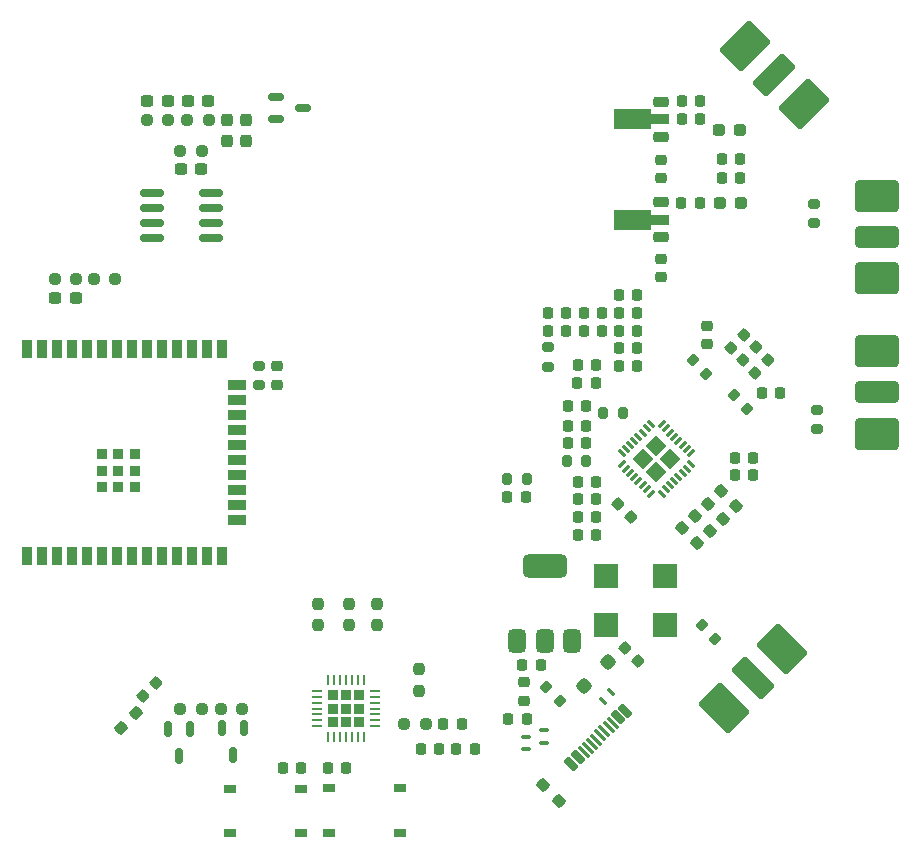
<source format=gbr>
%TF.GenerationSoftware,KiCad,Pcbnew,9.0.0*%
%TF.CreationDate,2025-07-22T11:18:37+01:00*%
%TF.ProjectId,Uncut Gem,556e6375-7420-4476-956d-2e6b69636164,rev?*%
%TF.SameCoordinates,Original*%
%TF.FileFunction,Paste,Top*%
%TF.FilePolarity,Positive*%
%FSLAX46Y46*%
G04 Gerber Fmt 4.6, Leading zero omitted, Abs format (unit mm)*
G04 Created by KiCad (PCBNEW 9.0.0) date 2025-07-22 11:18:37*
%MOMM*%
%LPD*%
G01*
G04 APERTURE LIST*
G04 Aperture macros list*
%AMRoundRect*
0 Rectangle with rounded corners*
0 $1 Rounding radius*
0 $2 $3 $4 $5 $6 $7 $8 $9 X,Y pos of 4 corners*
0 Add a 4 corners polygon primitive as box body*
4,1,4,$2,$3,$4,$5,$6,$7,$8,$9,$2,$3,0*
0 Add four circle primitives for the rounded corners*
1,1,$1+$1,$2,$3*
1,1,$1+$1,$4,$5*
1,1,$1+$1,$6,$7*
1,1,$1+$1,$8,$9*
0 Add four rect primitives between the rounded corners*
20,1,$1+$1,$2,$3,$4,$5,0*
20,1,$1+$1,$4,$5,$6,$7,0*
20,1,$1+$1,$6,$7,$8,$9,0*
20,1,$1+$1,$8,$9,$2,$3,0*%
%AMRotRect*
0 Rectangle, with rotation*
0 The origin of the aperture is its center*
0 $1 length*
0 $2 width*
0 $3 Rotation angle, in degrees counterclockwise*
0 Add horizontal line*
21,1,$1,$2,0,0,$3*%
%AMFreePoly0*
4,1,9,3.862500,-0.866500,0.737500,-0.866500,0.737500,-0.450000,-0.737500,-0.450000,-0.737500,0.450000,0.737500,0.450000,0.737500,0.866500,3.862500,0.866500,3.862500,-0.866500,3.862500,-0.866500,$1*%
G04 Aperture macros list end*
%ADD10RoundRect,0.237500X0.250000X0.237500X-0.250000X0.237500X-0.250000X-0.237500X0.250000X-0.237500X0*%
%ADD11RoundRect,0.225000X0.225000X0.250000X-0.225000X0.250000X-0.225000X-0.250000X0.225000X-0.250000X0*%
%ADD12RoundRect,0.225000X-0.335876X-0.017678X-0.017678X-0.335876X0.335876X0.017678X0.017678X0.335876X0*%
%ADD13RoundRect,0.200000X0.335876X0.053033X0.053033X0.335876X-0.335876X-0.053033X-0.053033X-0.335876X0*%
%ADD14RoundRect,0.218750X0.256250X-0.218750X0.256250X0.218750X-0.256250X0.218750X-0.256250X-0.218750X0*%
%ADD15RoundRect,0.225000X-0.017678X0.335876X-0.335876X0.017678X0.017678X-0.335876X0.335876X-0.017678X0*%
%ADD16RoundRect,0.237500X0.237500X-0.300000X0.237500X0.300000X-0.237500X0.300000X-0.237500X-0.300000X0*%
%ADD17RoundRect,0.200000X-0.200000X-0.275000X0.200000X-0.275000X0.200000X0.275000X-0.200000X0.275000X0*%
%ADD18RoundRect,0.225000X0.425000X0.225000X-0.425000X0.225000X-0.425000X-0.225000X0.425000X-0.225000X0*%
%ADD19FreePoly0,180.000000*%
%ADD20RoundRect,0.237500X-0.287500X-0.237500X0.287500X-0.237500X0.287500X0.237500X-0.287500X0.237500X0*%
%ADD21RoundRect,0.225000X-0.225000X-0.250000X0.225000X-0.250000X0.225000X0.250000X-0.225000X0.250000X0*%
%ADD22RoundRect,0.200000X0.275000X-0.200000X0.275000X0.200000X-0.275000X0.200000X-0.275000X-0.200000X0*%
%ADD23RoundRect,0.218750X-0.218750X-0.256250X0.218750X-0.256250X0.218750X0.256250X-0.218750X0.256250X0*%
%ADD24RoundRect,0.087500X0.312500X-0.087500X0.312500X0.087500X-0.312500X0.087500X-0.312500X-0.087500X0*%
%ADD25RoundRect,0.237500X-0.250000X-0.237500X0.250000X-0.237500X0.250000X0.237500X-0.250000X0.237500X0*%
%ADD26RoundRect,0.225000X0.017678X-0.335876X0.335876X-0.017678X-0.017678X0.335876X-0.335876X0.017678X0*%
%ADD27RoundRect,0.150000X0.247487X-0.459619X0.459619X-0.247487X-0.247487X0.459619X-0.459619X0.247487X0*%
%ADD28RoundRect,0.075000X0.353553X-0.459619X0.459619X-0.353553X-0.353553X0.459619X-0.459619X0.353553X0*%
%ADD29RoundRect,0.375000X0.375000X-0.625000X0.375000X0.625000X-0.375000X0.625000X-0.375000X-0.625000X0*%
%ADD30RoundRect,0.500000X1.400000X-0.500000X1.400000X0.500000X-1.400000X0.500000X-1.400000X-0.500000X0*%
%ADD31RoundRect,0.237500X-0.237500X0.250000X-0.237500X-0.250000X0.237500X-0.250000X0.237500X0.250000X0*%
%ADD32RoundRect,0.225000X0.250000X-0.225000X0.250000X0.225000X-0.250000X0.225000X-0.250000X-0.225000X0*%
%ADD33RoundRect,0.250000X0.000000X0.424264X-0.424264X0.000000X0.000000X-0.424264X0.424264X0.000000X0*%
%ADD34RoundRect,0.150000X0.825000X0.150000X-0.825000X0.150000X-0.825000X-0.150000X0.825000X-0.150000X0*%
%ADD35RoundRect,0.237500X0.344715X-0.008839X-0.008839X0.344715X-0.344715X0.008839X0.008839X-0.344715X0*%
%ADD36RoundRect,0.237500X-0.300000X-0.237500X0.300000X-0.237500X0.300000X0.237500X-0.300000X0.237500X0*%
%ADD37RoundRect,0.250000X-0.675287X-1.580384X1.580384X0.675287X0.675287X1.580384X-1.580384X-0.675287X0*%
%ADD38RoundRect,0.250000X-0.362392X-1.893278X1.893278X0.362392X0.362392X1.893278X-1.893278X-0.362392X0*%
%ADD39RoundRect,0.150000X-0.150000X0.512500X-0.150000X-0.512500X0.150000X-0.512500X0.150000X0.512500X0*%
%ADD40RoundRect,0.250000X-1.580384X0.675287X0.675287X-1.580384X1.580384X-0.675287X-0.675287X1.580384X0*%
%ADD41RoundRect,0.250000X-1.893278X0.362392X0.362392X-1.893278X1.893278X-0.362392X-0.362392X1.893278X0*%
%ADD42RoundRect,0.225000X0.225000X-0.225000X0.225000X0.225000X-0.225000X0.225000X-0.225000X-0.225000X0*%
%ADD43RoundRect,0.062500X0.062500X-0.337500X0.062500X0.337500X-0.062500X0.337500X-0.062500X-0.337500X0*%
%ADD44RoundRect,0.062500X0.337500X-0.062500X0.337500X0.062500X-0.337500X0.062500X-0.337500X-0.062500X0*%
%ADD45RoundRect,0.237500X0.300000X0.237500X-0.300000X0.237500X-0.300000X-0.237500X0.300000X-0.237500X0*%
%ADD46RoundRect,0.150000X-0.512500X-0.150000X0.512500X-0.150000X0.512500X0.150000X-0.512500X0.150000X0*%
%ADD47RoundRect,0.087500X0.159099X-0.282843X0.282843X-0.159099X-0.159099X0.282843X-0.282843X0.159099X0*%
%ADD48RoundRect,0.237500X0.237500X-0.250000X0.237500X0.250000X-0.237500X0.250000X-0.237500X-0.250000X0*%
%ADD49RoundRect,0.250000X-1.595000X-0.640000X1.595000X-0.640000X1.595000X0.640000X-1.595000X0.640000X0*%
%ADD50RoundRect,0.250000X-1.595000X-1.082500X1.595000X-1.082500X1.595000X1.082500X-1.595000X1.082500X0*%
%ADD51RoundRect,0.200000X-0.275000X0.200000X-0.275000X-0.200000X0.275000X-0.200000X0.275000X0.200000X0*%
%ADD52R,2.000000X2.000000*%
%ADD53RoundRect,0.200000X-0.335876X-0.053033X-0.053033X-0.335876X0.335876X0.053033X0.053033X0.335876X0*%
%ADD54R,1.000000X0.750000*%
%ADD55RoundRect,0.200000X0.200000X0.275000X-0.200000X0.275000X-0.200000X-0.275000X0.200000X-0.275000X0*%
%ADD56RoundRect,0.237500X0.008839X0.344715X-0.344715X-0.008839X-0.008839X-0.344715X0.344715X0.008839X0*%
%ADD57RotRect,1.300000X1.300000X135.000000*%
%ADD58RotRect,0.800000X0.300000X135.000000*%
%ADD59RotRect,0.800000X0.300000X225.000000*%
%ADD60R,0.900000X1.500000*%
%ADD61R,1.500000X0.900000*%
%ADD62R,0.900000X0.900000*%
%ADD63RoundRect,0.218750X0.218750X0.256250X-0.218750X0.256250X-0.218750X-0.256250X0.218750X-0.256250X0*%
G04 APERTURE END LIST*
D10*
%TO.C,R14*%
X104137500Y-77600000D03*
X102312500Y-77600000D03*
%TD*%
D11*
%TO.C,C9*%
X143857500Y-96950000D03*
X142307500Y-96950000D03*
%TD*%
D12*
%TO.C,C43*%
X142801992Y-122351992D03*
X143898008Y-123448008D03*
%TD*%
D13*
%TO.C,R9*%
X153166726Y-102066726D03*
X152000000Y-100900000D03*
%TD*%
D14*
%TO.C,LED1*%
X113350000Y-100037500D03*
X113350000Y-98462500D03*
%TD*%
D15*
%TO.C,C38*%
X103098008Y-125301992D03*
X102001992Y-126398008D03*
%TD*%
D16*
%TO.C,C45*%
X109150000Y-79362500D03*
X109150000Y-77637500D03*
%TD*%
D13*
%TO.C,R25*%
X137283363Y-126783363D03*
X136116637Y-125616637D03*
%TD*%
D17*
%TO.C,R12*%
X137900000Y-106500000D03*
X139550000Y-106500000D03*
%TD*%
D18*
%TO.C,U2*%
X145850000Y-87562500D03*
D19*
X145762500Y-86062500D03*
D18*
X145850000Y-84562500D03*
%TD*%
D20*
%TO.C,D3*%
X150800000Y-78450000D03*
X152550000Y-78450000D03*
%TD*%
D12*
%TO.C,C7*%
X142201992Y-110101992D03*
X143298008Y-111198008D03*
%TD*%
D21*
%TO.C,C24*%
X137950000Y-103500000D03*
X139500000Y-103500000D03*
%TD*%
%TO.C,C17*%
X138800000Y-111250000D03*
X140350000Y-111250000D03*
%TD*%
%TO.C,C41*%
X113825000Y-132500000D03*
X115375000Y-132500000D03*
%TD*%
D22*
%TO.C,R5*%
X136300000Y-98500000D03*
X136300000Y-96850000D03*
%TD*%
D21*
%TO.C,C39*%
X128525000Y-130850000D03*
X130075000Y-130850000D03*
%TD*%
%TO.C,C44*%
X134125000Y-123750000D03*
X135675000Y-123750000D03*
%TD*%
D23*
%TO.C,L2*%
X147612500Y-77550000D03*
X149187500Y-77550000D03*
%TD*%
D24*
%TO.C,D6*%
X134400000Y-130900000D03*
X134400000Y-129850000D03*
%TD*%
D25*
%TO.C,R16*%
X97837500Y-91100000D03*
X99662500Y-91100000D03*
%TD*%
D21*
%TO.C,C26*%
X138800000Y-112750000D03*
X140350000Y-112750000D03*
%TD*%
D26*
%TO.C,C21*%
X152800000Y-97950000D03*
X153896016Y-96853984D03*
%TD*%
D27*
%TO.C,P1*%
X138274302Y-132159189D03*
X138839988Y-131593503D03*
D28*
X139653161Y-130780331D03*
X140360267Y-130073224D03*
X140713821Y-129719670D03*
X141420928Y-129012564D03*
D27*
X142234100Y-128199391D03*
X142799786Y-127633705D03*
X142799786Y-127633705D03*
X142234100Y-128199391D03*
D28*
X141774481Y-128659010D03*
X141067374Y-129366117D03*
X140006714Y-130426777D03*
X139299607Y-131133884D03*
D27*
X138839988Y-131593503D03*
X138274302Y-132159189D03*
%TD*%
D21*
%TO.C,C3*%
X139300000Y-93950000D03*
X140850000Y-93950000D03*
%TD*%
D25*
%TO.C,R15*%
X105137500Y-80250000D03*
X106962500Y-80250000D03*
%TD*%
D13*
%TO.C,R10*%
X149700000Y-99100000D03*
X148533274Y-97933274D03*
%TD*%
D26*
%TO.C,C22*%
X151750000Y-96900000D03*
X152846016Y-95803984D03*
%TD*%
D21*
%TO.C,C30*%
X151025000Y-80950000D03*
X152575000Y-80950000D03*
%TD*%
D24*
%TO.C,D5*%
X135950000Y-130350000D03*
X135950000Y-129300000D03*
%TD*%
D23*
%TO.C,PWR1*%
X132912500Y-128300000D03*
X134487500Y-128300000D03*
%TD*%
D29*
%TO.C,U6*%
X133700000Y-121700000D03*
X136000000Y-121700000D03*
D30*
X136000000Y-115400000D03*
D29*
X138300000Y-121700000D03*
%TD*%
D21*
%TO.C,C16*%
X138800000Y-109750000D03*
X140350000Y-109750000D03*
%TD*%
D31*
%TO.C,R29*%
X119400000Y-118575000D03*
X119400000Y-120400000D03*
%TD*%
D32*
%TO.C,C19*%
X149750000Y-96592500D03*
X149750000Y-95042500D03*
%TD*%
D31*
%TO.C,R28*%
X121850000Y-118587500D03*
X121850000Y-120412500D03*
%TD*%
D11*
%TO.C,C14*%
X153650000Y-106200000D03*
X152100000Y-106200000D03*
%TD*%
D33*
%TO.C,D8*%
X141350000Y-123550000D03*
X139370102Y-125529898D03*
%TD*%
D34*
%TO.C,U5*%
X107725000Y-87605000D03*
X107725000Y-86335000D03*
X107725000Y-85065000D03*
X107725000Y-83795000D03*
X102775000Y-83795000D03*
X102775000Y-85065000D03*
X102775000Y-86335000D03*
X102775000Y-87605000D03*
%TD*%
D35*
%TO.C,R1*%
X148945235Y-113445235D03*
X147654765Y-112154765D03*
%TD*%
D11*
%TO.C,C12*%
X143850000Y-92450000D03*
X142300000Y-92450000D03*
%TD*%
D36*
%TO.C,C34*%
X105187500Y-81800000D03*
X106912500Y-81800000D03*
%TD*%
D35*
%TO.C,R19*%
X137195235Y-135245235D03*
X135904765Y-133954765D03*
%TD*%
D21*
%TO.C,C13*%
X152100000Y-107700000D03*
X153650000Y-107700000D03*
%TD*%
D37*
%TO.C,J4*%
X155464366Y-73796493D03*
D38*
X152994796Y-71326922D03*
X157933937Y-76266063D03*
%TD*%
D35*
%TO.C,R4*%
X151100000Y-111395235D03*
X149809530Y-110104765D03*
%TD*%
D36*
%TO.C,C35*%
X94587500Y-92650000D03*
X96312500Y-92650000D03*
%TD*%
D39*
%TO.C,Q6*%
X106000000Y-129200000D03*
X104100000Y-129200000D03*
X105050000Y-131475000D03*
%TD*%
D11*
%TO.C,C40*%
X127100000Y-130850000D03*
X125550000Y-130850000D03*
%TD*%
D40*
%TO.C,J1*%
X153664366Y-124903507D03*
D41*
X156133937Y-122433937D03*
X151194796Y-127373078D03*
%TD*%
D21*
%TO.C,C31*%
X151025000Y-82500000D03*
X152575000Y-82500000D03*
%TD*%
D18*
%TO.C,U3*%
X145850000Y-79062500D03*
D19*
X145762500Y-77562500D03*
D18*
X145850000Y-76062500D03*
%TD*%
D25*
%TO.C,R17*%
X94537500Y-91100000D03*
X96362500Y-91100000D03*
%TD*%
D26*
%TO.C,C20*%
X153850000Y-99000000D03*
X154946016Y-97903984D03*
%TD*%
D42*
%TO.C,U8*%
X118080000Y-128570000D03*
X119200000Y-128570000D03*
X120320000Y-128570000D03*
X118080000Y-127450000D03*
X119200000Y-127450000D03*
X120320000Y-127450000D03*
X118080000Y-126330000D03*
X119200000Y-126330000D03*
X120320000Y-126330000D03*
D43*
X117700000Y-129900000D03*
X118200000Y-129900000D03*
X118700000Y-129900000D03*
X119200000Y-129900000D03*
X119700000Y-129900000D03*
X120200000Y-129900000D03*
X120700000Y-129900000D03*
D44*
X121650000Y-128950000D03*
X121650000Y-128450000D03*
X121650000Y-127950000D03*
X121650000Y-127450000D03*
X121650000Y-126950000D03*
X121650000Y-126450000D03*
X121650000Y-125950000D03*
D43*
X120700000Y-125000000D03*
X120200000Y-125000000D03*
X119700000Y-125000000D03*
X119200000Y-125000000D03*
X118700000Y-125000000D03*
X118200000Y-125000000D03*
X117700000Y-125000000D03*
D44*
X116750000Y-125950000D03*
X116750000Y-126450000D03*
X116750000Y-126950000D03*
X116750000Y-127450000D03*
X116750000Y-127950000D03*
X116750000Y-128450000D03*
X116750000Y-128950000D03*
%TD*%
D35*
%TO.C,R3*%
X152200000Y-110300000D03*
X150909530Y-109009530D03*
%TD*%
D45*
%TO.C,C33*%
X104087500Y-76050000D03*
X102362500Y-76050000D03*
%TD*%
D21*
%TO.C,C4*%
X139300000Y-95450000D03*
X140850000Y-95450000D03*
%TD*%
D32*
%TO.C,C27*%
X145850000Y-90900000D03*
X145850000Y-89350000D03*
%TD*%
D46*
%TO.C,Q4*%
X113300000Y-75650000D03*
X113300000Y-77550000D03*
X115575000Y-76600000D03*
%TD*%
D22*
%TO.C,R7*%
X158800000Y-86350000D03*
X158800000Y-84700000D03*
%TD*%
D47*
%TO.C,D1*%
X140907538Y-126792462D03*
X141650000Y-126050000D03*
%TD*%
D48*
%TO.C,R20*%
X125400000Y-125925000D03*
X125400000Y-124100000D03*
%TD*%
D11*
%TO.C,C10*%
X143850000Y-95450000D03*
X142300000Y-95450000D03*
%TD*%
D49*
%TO.C,J3*%
X164135000Y-87507500D03*
D50*
X164135000Y-84015000D03*
X164135000Y-91000000D03*
%TD*%
D11*
%TO.C,C42*%
X119225000Y-132450000D03*
X117675000Y-132450000D03*
%TD*%
%TO.C,C1*%
X137825000Y-95450000D03*
X136275000Y-95450000D03*
%TD*%
D39*
%TO.C,Q5*%
X110550000Y-129100000D03*
X108650000Y-129100000D03*
X109600000Y-131375000D03*
%TD*%
D11*
%TO.C,C5*%
X140350000Y-98400000D03*
X138800000Y-98400000D03*
%TD*%
D21*
%TO.C,C18*%
X154407500Y-100750000D03*
X155957500Y-100750000D03*
%TD*%
D11*
%TO.C,C2*%
X137825000Y-93950000D03*
X136275000Y-93950000D03*
%TD*%
D51*
%TO.C,R26*%
X111800000Y-98425000D03*
X111800000Y-100075000D03*
%TD*%
D52*
%TO.C,X1*%
X141200000Y-120400000D03*
X146200000Y-120400000D03*
X146200000Y-116200000D03*
X141200000Y-116200000D03*
%TD*%
D11*
%TO.C,C6*%
X140325000Y-99900000D03*
X138775000Y-99900000D03*
%TD*%
D31*
%TO.C,R27*%
X116850000Y-118575000D03*
X116850000Y-120400000D03*
%TD*%
D45*
%TO.C,C32*%
X107500000Y-76050000D03*
X105775000Y-76050000D03*
%TD*%
D35*
%TO.C,R2*%
X150000000Y-112400000D03*
X148709530Y-111109530D03*
%TD*%
D53*
%TO.C,R24*%
X149291637Y-120416637D03*
X150458363Y-121583363D03*
%TD*%
D54*
%TO.C,BOOT1*%
X115350000Y-138000000D03*
X109350000Y-138000000D03*
X115350000Y-134250000D03*
X109350000Y-134250000D03*
%TD*%
D11*
%TO.C,C25*%
X139500000Y-105000000D03*
X137950000Y-105000000D03*
%TD*%
D55*
%TO.C,R8*%
X134500000Y-108000000D03*
X132850000Y-108000000D03*
%TD*%
D21*
%TO.C,C15*%
X138792500Y-108250000D03*
X140342500Y-108250000D03*
%TD*%
D23*
%TO.C,L1*%
X147550000Y-84650000D03*
X149125000Y-84650000D03*
%TD*%
D56*
%TO.C,R18*%
X101400000Y-127850000D03*
X100109530Y-129140470D03*
%TD*%
D32*
%TO.C,C28*%
X145900000Y-82520000D03*
X145900000Y-80970000D03*
%TD*%
D21*
%TO.C,C23*%
X137975000Y-101850000D03*
X139525000Y-101850000D03*
%TD*%
D20*
%TO.C,D2*%
X150850000Y-84650000D03*
X152600000Y-84650000D03*
%TD*%
D16*
%TO.C,C46*%
X110700000Y-79362500D03*
X110700000Y-77637500D03*
%TD*%
D10*
%TO.C,R13*%
X107562500Y-77600000D03*
X105737500Y-77600000D03*
%TD*%
D57*
%TO.C,U1*%
X145459619Y-107446878D03*
X146590990Y-106315507D03*
X144328248Y-106315507D03*
X145459619Y-105184136D03*
D58*
X145919238Y-109250000D03*
X146272792Y-108896447D03*
X146626345Y-108542893D03*
X146979899Y-108189340D03*
X147333452Y-107835787D03*
X147687005Y-107482233D03*
X148040559Y-107128680D03*
X148394112Y-106775126D03*
D59*
X148394112Y-105855888D03*
X148040559Y-105502334D03*
X147687005Y-105148781D03*
X147333452Y-104795227D03*
X146979899Y-104441674D03*
X146626345Y-104088121D03*
X146272792Y-103734567D03*
X145919238Y-103381014D03*
D58*
X145000000Y-103381014D03*
X144646446Y-103734567D03*
X144292893Y-104088121D03*
X143939339Y-104441674D03*
X143585786Y-104795227D03*
X143232233Y-105148781D03*
X142878679Y-105502334D03*
X142525126Y-105855888D03*
D59*
X142525126Y-106775126D03*
X142878679Y-107128680D03*
X143232233Y-107482233D03*
X143585786Y-107835787D03*
X143939339Y-108189340D03*
X144292893Y-108542893D03*
X144646446Y-108896447D03*
X145000000Y-109250000D03*
%TD*%
D49*
%TO.C,J2*%
X164135000Y-100692500D03*
D50*
X164135000Y-97200000D03*
X164135000Y-104185000D03*
%TD*%
D32*
%TO.C,C37*%
X134300000Y-126775000D03*
X134300000Y-125225000D03*
%TD*%
D60*
%TO.C,U7*%
X92200000Y-114550000D03*
X93470000Y-114550000D03*
X94740000Y-114550000D03*
X96010000Y-114550000D03*
X97280000Y-114550000D03*
X98550000Y-114550000D03*
X99820000Y-114550000D03*
X101090000Y-114550000D03*
X102360000Y-114550000D03*
X103630000Y-114550000D03*
X104900000Y-114550000D03*
X106170000Y-114550000D03*
X107440000Y-114550000D03*
X108710000Y-114550000D03*
D61*
X109960000Y-111515000D03*
X109960000Y-110245000D03*
X109960000Y-108975000D03*
X109960000Y-107705000D03*
X109960000Y-106435000D03*
X109960000Y-105165000D03*
X109960000Y-103895000D03*
X109960000Y-102625000D03*
X109960000Y-101355000D03*
X109960000Y-100085000D03*
D60*
X108710000Y-97050000D03*
X107440000Y-97050000D03*
X106170000Y-97050000D03*
X104900000Y-97050000D03*
X103630000Y-97050000D03*
X102360000Y-97050000D03*
X101090000Y-97050000D03*
X99820000Y-97050000D03*
X98550000Y-97050000D03*
X97280000Y-97050000D03*
X96010000Y-97050000D03*
X94740000Y-97050000D03*
X93470000Y-97050000D03*
X92200000Y-97050000D03*
D62*
X98520000Y-108700000D03*
X99920000Y-108700000D03*
X101320000Y-108700000D03*
X98520000Y-107300000D03*
X99920000Y-107300000D03*
X101320000Y-107300000D03*
X98520000Y-105900000D03*
X99920000Y-105900000D03*
X101320000Y-105900000D03*
%TD*%
D25*
%TO.C,R21*%
X124100000Y-128750000D03*
X125925000Y-128750000D03*
%TD*%
D51*
%TO.C,R6*%
X159050000Y-102150000D03*
X159050000Y-103800000D03*
%TD*%
D25*
%TO.C,R22*%
X105175000Y-127450000D03*
X107000000Y-127450000D03*
%TD*%
D54*
%TO.C,EN1*%
X123750000Y-137950000D03*
X117750000Y-137950000D03*
X123750000Y-134200000D03*
X117750000Y-134200000D03*
%TD*%
D21*
%TO.C,C29*%
X147642500Y-76012500D03*
X149192500Y-76012500D03*
%TD*%
D55*
%TO.C,R11*%
X142625000Y-102400000D03*
X140975000Y-102400000D03*
%TD*%
D11*
%TO.C,C36*%
X128975000Y-128750000D03*
X127425000Y-128750000D03*
%TD*%
D25*
%TO.C,R23*%
X108600000Y-127450000D03*
X110425000Y-127450000D03*
%TD*%
D11*
%TO.C,C11*%
X143850000Y-93950000D03*
X142300000Y-93950000D03*
%TD*%
D63*
%TO.C,LOCK*%
X134425000Y-109550000D03*
X132850000Y-109550000D03*
%TD*%
D11*
%TO.C,C8*%
X143857500Y-98450000D03*
X142307500Y-98450000D03*
%TD*%
M02*

</source>
